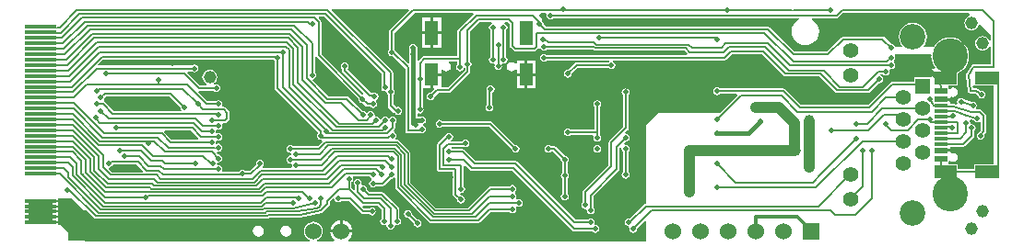
<source format=gbl>
G04*
G04 #@! TF.GenerationSoftware,Altium Limited,Altium Designer,18.1.7 (191)*
G04*
G04 Layer_Physical_Order=2*
G04 Layer_Color=16711680*
%FSLAX44Y44*%
%MOMM*%
G71*
G01*
G75*
%ADD10C,0.2000*%
%ADD12C,0.1500*%
%ADD20R,1.1500X0.6000*%
%ADD21R,1.1500X0.3000*%
%ADD93C,0.4000*%
%ADD94C,0.3000*%
%ADD113C,1.5240*%
%ADD114R,1.5240X1.5240*%
%ADD115R,2.0000X1.2000*%
%ADD116R,2.3000X1.2000*%
%ADD117C,1.3980*%
%ADD118C,2.3550*%
%ADD119C,3.2500*%
%ADD120R,1.3980X1.3980*%
%ADD121C,1.1520*%
%ADD122R,1.2000X2.0000*%
%ADD123R,1.2000X2.3000*%
%ADD124C,0.5080*%
%ADD125C,1.0000*%
%ADD126R,3.0000X0.3500*%
%ADD127C,1.0000*%
%ADD128R,1.5000X3.1000*%
%ADD129R,2.3000X2.1000*%
%ADD130R,16.8000X1.0000*%
G36*
X1038241Y496759D02*
X1037799Y495405D01*
X1036591Y494905D01*
X1035179Y493821D01*
X1034095Y492409D01*
X1033414Y490765D01*
X1033182Y489000D01*
X1033414Y487235D01*
X1034095Y485591D01*
X1035179Y484179D01*
X1036591Y483095D01*
X1038235Y482414D01*
X1040000Y482182D01*
X1041765Y482414D01*
X1043409Y483095D01*
X1044821Y484179D01*
X1045905Y485591D01*
X1046405Y486799D01*
X1047759Y487241D01*
X1057451Y477549D01*
Y472995D01*
X1056181Y472742D01*
X1055905Y473409D01*
X1054821Y474821D01*
X1053409Y475905D01*
X1051765Y476586D01*
X1050000Y476818D01*
X1048235Y476586D01*
X1046591Y475905D01*
X1045179Y474821D01*
X1044095Y473409D01*
X1043414Y471765D01*
X1043182Y470000D01*
X1043414Y468235D01*
X1044095Y466591D01*
X1045179Y465179D01*
X1046591Y464095D01*
X1048235Y463414D01*
X1050000Y463182D01*
X1051765Y463414D01*
X1053409Y464095D01*
X1054821Y465179D01*
X1055905Y466591D01*
X1056181Y467258D01*
X1057451Y467005D01*
Y450549D01*
X1041555D01*
X1041259Y450490D01*
X1040957Y450478D01*
X1040776Y450394D01*
X1040580Y450355D01*
X1040329Y450187D01*
X1040055Y450060D01*
X1039919Y449913D01*
X1039753Y449802D01*
X1039585Y449551D01*
X1039381Y449329D01*
X1034646Y441582D01*
X1034516Y441227D01*
X1034352Y440885D01*
X1034345Y440763D01*
X1034303Y440648D01*
X1034318Y440270D01*
X1034298Y439892D01*
X1036259Y426161D01*
X1036324Y425978D01*
X1036342Y425785D01*
X1036487Y425514D01*
X1036589Y425223D01*
X1036719Y425079D01*
X1036810Y424908D01*
X1037048Y424712D01*
X1037253Y424483D01*
X1037428Y424399D01*
X1037578Y424276D01*
X1037872Y424186D01*
X1038150Y424053D01*
X1038344Y424042D01*
X1038529Y423985D01*
X1043178Y423521D01*
X1045573Y422084D01*
X1045665Y421619D01*
X1046448Y420448D01*
X1047619Y419665D01*
X1049000Y419391D01*
X1050381Y419665D01*
X1051552Y420448D01*
X1052335Y421619D01*
X1052609Y423000D01*
X1052335Y424381D01*
X1051552Y425552D01*
X1050381Y426335D01*
X1049000Y426609D01*
X1048203Y426451D01*
X1045311Y428186D01*
X1045253Y428207D01*
X1045205Y428246D01*
X1044787Y428374D01*
X1044375Y428521D01*
X1044313Y428518D01*
X1044254Y428536D01*
X1041023Y428859D01*
X1040835Y430177D01*
X1041626Y431171D01*
X1041972Y431200D01*
X1060000D01*
Y358800D01*
X1041930D01*
Y354465D01*
X1027732Y354348D01*
X1026830Y355242D01*
Y358800D01*
X1018949D01*
X1018780Y360000D01*
X1018780D01*
Y361380D01*
X1019504Y361728D01*
X1020050Y361860D01*
X1021342Y360997D01*
X1023000Y360667D01*
X1024658Y360997D01*
X1026064Y361936D01*
X1027003Y363342D01*
X1027333Y365000D01*
X1027003Y366658D01*
X1026064Y368064D01*
X1024658Y369003D01*
X1023000Y369333D01*
X1021560Y369047D01*
X1020290Y369712D01*
Y370230D01*
X1012000D01*
Y372770D01*
X1020290D01*
Y374951D01*
X1032500D01*
X1033475Y375145D01*
X1034302Y375698D01*
X1041802Y383198D01*
X1042355Y384025D01*
X1042549Y385000D01*
Y389446D01*
X1042552Y389448D01*
X1043335Y390619D01*
X1043609Y392000D01*
X1043335Y393381D01*
X1042552Y394552D01*
X1041381Y395335D01*
X1040000Y395609D01*
X1039612Y395532D01*
X1038532Y396612D01*
X1038609Y397000D01*
X1038335Y398381D01*
X1038255Y398500D01*
X1039039Y399613D01*
X1042197Y398823D01*
X1042448Y398448D01*
X1043619Y397665D01*
X1045000Y397391D01*
X1046381Y397665D01*
X1047181Y398200D01*
X1048362Y397717D01*
X1048451Y397637D01*
Y390056D01*
X1046757Y388362D01*
X1046619Y388335D01*
X1045448Y387552D01*
X1044665Y386381D01*
X1044391Y385000D01*
X1044665Y383619D01*
X1045448Y382448D01*
X1046619Y381665D01*
X1048000Y381391D01*
X1049381Y381665D01*
X1050552Y382448D01*
X1051335Y383619D01*
X1051609Y385000D01*
X1051443Y385838D01*
X1052802Y387198D01*
X1053355Y388024D01*
X1053549Y389000D01*
Y403000D01*
X1053355Y403975D01*
X1052802Y404802D01*
X1048802Y408802D01*
X1047975Y409355D01*
X1047000Y409549D01*
X1044363D01*
X1044283Y409638D01*
X1043800Y410819D01*
X1044335Y411619D01*
X1044609Y413000D01*
X1044335Y414381D01*
X1043552Y415552D01*
X1042381Y416335D01*
X1041000Y416609D01*
X1039619Y416335D01*
X1039432Y416210D01*
X1032595Y418489D01*
X1032552Y418552D01*
X1031381Y419334D01*
X1030000Y419609D01*
X1028619Y419334D01*
X1027448Y418552D01*
X1026665Y417381D01*
X1026391Y416000D01*
X1026609Y414905D01*
X1026043Y414165D01*
X1025639Y413870D01*
X1023732Y414441D01*
X1023420Y414471D01*
X1023116Y414546D01*
X1020320Y414674D01*
Y417230D01*
X1012030D01*
Y419770D01*
X1020320D01*
Y420268D01*
X1021590Y420947D01*
X1023000Y420667D01*
X1024658Y420997D01*
X1026064Y421936D01*
X1027003Y423342D01*
X1027333Y425000D01*
X1027003Y426658D01*
X1026064Y428064D01*
X1024658Y429003D01*
X1023000Y429333D01*
X1021342Y429003D01*
X1020050Y428140D01*
X1019504Y428272D01*
X1018780Y428620D01*
Y430000D01*
X1018780D01*
X1018949Y431200D01*
X1026830D01*
Y442285D01*
X1026833Y442286D01*
X1029830Y443888D01*
X1032457Y446043D01*
X1034612Y448670D01*
X1036214Y451667D01*
X1037200Y454918D01*
X1037533Y458300D01*
X1037200Y461682D01*
X1036214Y464933D01*
X1034612Y467930D01*
X1032457Y470557D01*
X1029830Y472712D01*
X1026833Y474314D01*
X1023582Y475300D01*
X1020200Y475633D01*
X1016818Y475300D01*
X1013567Y474314D01*
X1010570Y472712D01*
X1007943Y470557D01*
X1005788Y467930D01*
X1005023Y466500D01*
X996237D01*
X995611Y467770D01*
X997059Y469657D01*
X998346Y472765D01*
X998785Y476100D01*
X998346Y479435D01*
X997059Y482543D01*
X995011Y485211D01*
X992343Y487259D01*
X989235Y488546D01*
X985900Y488985D01*
X982565Y488546D01*
X979457Y487259D01*
X976789Y485211D01*
X974741Y482543D01*
X973454Y479435D01*
X973015Y476100D01*
X973454Y472765D01*
X974741Y469657D01*
X976189Y467770D01*
X975563Y466500D01*
X969510D01*
X969335Y467381D01*
X968552Y468552D01*
X967381Y469335D01*
X966000Y469609D01*
X965996Y469609D01*
X959802Y475802D01*
X958976Y476355D01*
X958000Y476549D01*
X957025Y476355D01*
X956933Y476294D01*
X922000D01*
X922000Y476294D01*
X921122Y476119D01*
X920378Y475622D01*
X907050Y462294D01*
X876950D01*
X854622Y484622D01*
X853878Y485119D01*
X853000Y485294D01*
X649311D01*
X646609Y487996D01*
X646609Y488000D01*
X646335Y489381D01*
X645552Y490552D01*
X645000Y490921D01*
Y498000D01*
X648668D01*
X649536Y496730D01*
X649391Y496000D01*
X649665Y494619D01*
X650448Y493448D01*
X651619Y492665D01*
X653000Y492391D01*
X654381Y492665D01*
X655552Y493448D01*
X655554Y493451D01*
X881077D01*
X881329Y492181D01*
X880696Y491919D01*
X878085Y489915D01*
X876081Y487304D01*
X874822Y484263D01*
X874392Y481000D01*
X874822Y477737D01*
X876081Y474696D01*
X878085Y472085D01*
X880696Y470081D01*
X883737Y468822D01*
X887000Y468392D01*
X890263Y468822D01*
X893304Y470081D01*
X895915Y472085D01*
X897919Y474696D01*
X899178Y477737D01*
X899608Y481000D01*
X899178Y484263D01*
X897919Y487304D01*
X895915Y489915D01*
X893304Y491919D01*
X892671Y492181D01*
X892923Y493451D01*
X916000D01*
X916975Y493645D01*
X917802Y494198D01*
X921605Y498000D01*
X1037000D01*
X1038241Y496759D01*
D02*
G37*
G36*
X582576Y497181D02*
X568198Y482802D01*
X567645Y481976D01*
X567451Y481000D01*
Y458549D01*
X537000D01*
X536025Y458355D01*
X535198Y457802D01*
X531839Y454443D01*
X530569Y454969D01*
Y459795D01*
X530609Y460000D01*
X530569Y460205D01*
Y465795D01*
X530609Y466000D01*
X530335Y467381D01*
X529552Y468552D01*
X528381Y469335D01*
X527000Y469609D01*
X525619Y469335D01*
X524448Y468552D01*
X523665Y467381D01*
X523391Y466000D01*
X523431Y465795D01*
Y460205D01*
X523391Y460000D01*
X523431Y459795D01*
Y451833D01*
X522258Y451347D01*
X510362Y463243D01*
X510335Y463381D01*
X509552Y464552D01*
X509549Y464554D01*
Y479944D01*
X528056Y498451D01*
X582050D01*
X582576Y497181D01*
D02*
G37*
G36*
X399448Y454448D02*
X399451Y454446D01*
Y429000D01*
X399645Y428024D01*
X400198Y427198D01*
X438778Y388617D01*
X439448Y387552D01*
X438665Y386381D01*
X438391Y385000D01*
X438665Y383619D01*
X439448Y382448D01*
X440619Y381665D01*
X442000Y381391D01*
X442304Y381451D01*
X442378Y381378D01*
X442953Y380993D01*
X443200Y380317D01*
X443305Y379549D01*
X439050Y375294D01*
X416725D01*
X416552Y375552D01*
X415381Y376335D01*
X414000Y376609D01*
X412619Y376335D01*
X411448Y375552D01*
X410665Y374381D01*
X410391Y373000D01*
X410665Y371619D01*
X411448Y370448D01*
X412619Y369665D01*
X414000Y369391D01*
X414129Y369416D01*
X415118Y368545D01*
Y367455D01*
X414129Y366584D01*
X414000Y366609D01*
X412619Y366335D01*
X411448Y365552D01*
X410665Y364381D01*
X410391Y363000D01*
X410665Y361619D01*
X411448Y360448D01*
X412619Y359665D01*
X414000Y359391D01*
X414388Y359468D01*
X415468Y358388D01*
X415391Y358000D01*
X415665Y356619D01*
X415702Y356564D01*
X415023Y355294D01*
X389111D01*
X388764Y356012D01*
X388630Y356564D01*
X389335Y357619D01*
X389609Y359000D01*
X389335Y360381D01*
X388552Y361552D01*
X387381Y362335D01*
X386000Y362609D01*
X384619Y362335D01*
X383448Y361552D01*
X382665Y360381D01*
X382391Y359000D01*
X382557Y358162D01*
X376944Y352549D01*
X372554D01*
X372552Y352552D01*
X371381Y353335D01*
X370000Y353609D01*
X368619Y353335D01*
X367448Y352552D01*
X366777Y351549D01*
X351970D01*
X351374Y352819D01*
X351609Y354000D01*
X351335Y355381D01*
X350552Y356552D01*
X349381Y357335D01*
X348000Y357609D01*
X347612Y357532D01*
X346532Y358612D01*
X346609Y359000D01*
X346532Y359388D01*
X347612Y360468D01*
X348000Y360391D01*
X349381Y360665D01*
X350552Y361448D01*
X351335Y362619D01*
X351609Y364000D01*
X351335Y365381D01*
X350552Y366552D01*
X349381Y367335D01*
X348000Y367609D01*
X347996Y367609D01*
X346479Y369125D01*
X346519Y369390D01*
X347950Y370401D01*
X348000Y370391D01*
X349381Y370665D01*
X350552Y371448D01*
X351335Y372619D01*
X351609Y374000D01*
X351335Y375381D01*
X350552Y376552D01*
X349381Y377335D01*
X348000Y377609D01*
X346619Y377335D01*
X346505Y377259D01*
X345423Y378063D01*
X345609Y379000D01*
X345423Y379937D01*
X346505Y380741D01*
X346619Y380665D01*
X348000Y380391D01*
X349381Y380665D01*
X350552Y381448D01*
X351335Y382619D01*
X351609Y384000D01*
X351335Y385381D01*
X350552Y386552D01*
X349381Y387335D01*
X348000Y387609D01*
X346619Y387335D01*
X346505Y387259D01*
X345423Y388063D01*
X345609Y389000D01*
X345423Y389937D01*
X346505Y390741D01*
X346619Y390665D01*
X348000Y390391D01*
X349381Y390665D01*
X350552Y391448D01*
X351335Y392619D01*
X351609Y394000D01*
X351374Y395181D01*
X351971Y396451D01*
X354000D01*
X354976Y396645D01*
X355802Y397198D01*
X357802Y399198D01*
X358355Y400024D01*
X358549Y401000D01*
Y406000D01*
X358355Y406976D01*
X357802Y407802D01*
X354802Y410802D01*
X353975Y411355D01*
X353000Y411549D01*
X351970D01*
X351374Y412819D01*
X351609Y414000D01*
X351335Y415381D01*
X350552Y416552D01*
X349381Y417335D01*
X348000Y417609D01*
X346619Y417335D01*
X345448Y416552D01*
X345446Y416549D01*
X338056D01*
X329312Y425293D01*
X329937Y426464D01*
X330000Y426451D01*
X343446D01*
X343448Y426448D01*
X344619Y425665D01*
X346000Y425391D01*
X347381Y425665D01*
X348552Y426448D01*
X349335Y427619D01*
X349609Y429000D01*
X349335Y430381D01*
X348552Y431552D01*
X347381Y432335D01*
X346000Y432609D01*
X344619Y432335D01*
X344191Y432048D01*
X344130Y432074D01*
X343961Y433518D01*
X344821Y434179D01*
X345905Y435591D01*
X346586Y437235D01*
X346818Y439000D01*
X346586Y440765D01*
X345905Y442409D01*
X344821Y443821D01*
X343409Y444905D01*
X341765Y445586D01*
X340000Y445818D01*
X338235Y445586D01*
X336591Y444905D01*
X335179Y443821D01*
X334095Y442409D01*
X333414Y440765D01*
X333182Y439000D01*
X333414Y437235D01*
X334095Y435591D01*
X335179Y434179D01*
X336591Y433095D01*
X337258Y432819D01*
X337005Y431549D01*
X331056D01*
X319424Y443181D01*
X319950Y444451D01*
X323446D01*
X323448Y444448D01*
X324619Y443665D01*
X326000Y443391D01*
X327381Y443665D01*
X328552Y444448D01*
X329335Y445619D01*
X329609Y447000D01*
X329335Y448381D01*
X328552Y449552D01*
X327381Y450335D01*
X326000Y450609D01*
X324619Y450335D01*
X323448Y449552D01*
X323446Y449549D01*
X237813D01*
X237327Y450722D01*
X242056Y455451D01*
X398778D01*
X399448Y454448D01*
D02*
G37*
G36*
X313391Y411004D02*
X313391Y411000D01*
X313665Y409619D01*
X314200Y408819D01*
X313717Y407638D01*
X313637Y407549D01*
X252056D01*
X243802Y415802D01*
X243089Y416279D01*
X242920Y416646D01*
X242721Y417701D01*
X243335Y418619D01*
X243609Y420000D01*
X243609Y420004D01*
X245056Y421451D01*
X302944D01*
X313391Y411004D01*
D02*
G37*
G36*
X522736Y502000D02*
X523222Y500827D01*
X505198Y482802D01*
X504645Y481976D01*
X504451Y481000D01*
Y464554D01*
X504448Y464552D01*
X503665Y463381D01*
X503391Y462000D01*
X503665Y460619D01*
X504448Y459448D01*
X505619Y458665D01*
X507000Y458391D01*
X507838Y458557D01*
X519451Y446944D01*
Y390000D01*
X519645Y389025D01*
X520198Y388198D01*
X521025Y387645D01*
X522000Y387451D01*
X534000D01*
X534348Y387520D01*
X535000Y387391D01*
X536381Y387665D01*
X537552Y388448D01*
X538335Y389619D01*
X538609Y391000D01*
X538335Y392381D01*
X537552Y393552D01*
X536381Y394335D01*
X536291Y394353D01*
Y395647D01*
X536381Y395665D01*
X537552Y396448D01*
X538335Y397619D01*
X538609Y399000D01*
X538335Y400381D01*
X537552Y401552D01*
X536381Y402335D01*
X535000Y402609D01*
X533898Y402390D01*
X533000Y402569D01*
X530569D01*
Y404956D01*
X531839Y405622D01*
X533000Y405391D01*
X534381Y405665D01*
X535552Y406448D01*
X536335Y407619D01*
X536609Y409000D01*
X536335Y410381D01*
X535552Y411552D01*
X535549Y411554D01*
Y428860D01*
X542730D01*
Y441400D01*
X544000D01*
Y442670D01*
X552540D01*
Y445758D01*
X553810Y446143D01*
X554236Y445506D01*
X555642Y444566D01*
X557300Y444237D01*
X558958Y444566D01*
X560364Y445506D01*
X561303Y446912D01*
X561633Y448570D01*
X561303Y450228D01*
X560364Y451634D01*
X559546Y452181D01*
X559931Y453451D01*
X567451D01*
Y450554D01*
X567448Y450552D01*
X566665Y449381D01*
X566391Y448000D01*
X566665Y446619D01*
X567448Y445448D01*
X568619Y444665D01*
X570000Y444391D01*
X571381Y444665D01*
X572552Y445448D01*
X573335Y446619D01*
X573436Y447128D01*
X574706Y447003D01*
Y444950D01*
X559050Y429294D01*
X552540D01*
Y440130D01*
X545270D01*
Y428860D01*
X545820D01*
X546346Y427590D01*
X543304Y424549D01*
X543000Y424609D01*
X541619Y424335D01*
X540448Y423552D01*
X539665Y422381D01*
X539391Y421000D01*
X539665Y419619D01*
X540448Y418448D01*
X541619Y417665D01*
X543000Y417391D01*
X544381Y417665D01*
X545552Y418448D01*
X546335Y419619D01*
X546609Y421000D01*
X546549Y421305D01*
X549950Y424706D01*
X560000D01*
X560878Y424881D01*
X561622Y425378D01*
X578622Y442378D01*
X578622Y442378D01*
X579119Y443122D01*
X579294Y444000D01*
Y448275D01*
X579552Y448448D01*
X580335Y449619D01*
X580609Y451000D01*
X580335Y452381D01*
X579552Y453552D01*
X579294Y453725D01*
Y481050D01*
X587950Y489706D01*
X599003D01*
X599128Y488436D01*
X598619Y488335D01*
X597448Y487552D01*
X596665Y486381D01*
X596391Y485000D01*
X596665Y483619D01*
X597448Y482448D01*
X597451Y482446D01*
Y457554D01*
X597448Y457552D01*
X596665Y456381D01*
X596391Y455000D01*
X596665Y453619D01*
X597448Y452448D01*
X598619Y451665D01*
X600000Y451391D01*
X600937Y451577D01*
X601741Y450495D01*
X601665Y450381D01*
X601391Y449000D01*
X601665Y447619D01*
X602448Y446448D01*
X603619Y445665D01*
X605000Y445391D01*
X606381Y445665D01*
X607552Y446448D01*
X608335Y447619D01*
X608609Y449000D01*
X608335Y450381D01*
X608259Y450495D01*
X609063Y451577D01*
X610000Y451391D01*
X611381Y451665D01*
X612552Y452448D01*
X613335Y453619D01*
X613609Y455000D01*
X613335Y456381D01*
X612552Y457552D01*
X612549Y457554D01*
Y482446D01*
X612552Y482448D01*
X613335Y483619D01*
X613609Y485000D01*
X613335Y486381D01*
X612552Y487552D01*
X611381Y488335D01*
X610872Y488436D01*
X610997Y489706D01*
X614050D01*
X615706Y488050D01*
Y468000D01*
X615881Y467122D01*
X616378Y466378D01*
X619378Y463378D01*
X620122Y462881D01*
X621000Y462706D01*
X638000D01*
X638878Y462881D01*
X639622Y463378D01*
X641622Y465378D01*
X641784Y465620D01*
X643216D01*
X643378Y465378D01*
X644122Y464881D01*
X644164Y464872D01*
X644448Y464448D01*
X645619Y463665D01*
X647000Y463391D01*
X648381Y463665D01*
X649552Y464448D01*
X649725Y464706D01*
X692050D01*
X692378Y464378D01*
X692378Y464378D01*
X693122Y463881D01*
X694000Y463706D01*
X694000Y463706D01*
X776050D01*
X778937Y460819D01*
X778411Y459549D01*
X649554D01*
X649552Y459552D01*
X648381Y460335D01*
X647000Y460609D01*
X645619Y460335D01*
X644448Y459552D01*
X643665Y458381D01*
X643391Y457000D01*
X643665Y455619D01*
X644448Y454448D01*
X645619Y453665D01*
X647000Y453391D01*
X648381Y453665D01*
X649552Y454448D01*
X649554Y454451D01*
X706773D01*
X707100Y453181D01*
X706399Y452549D01*
X677000D01*
X676025Y452355D01*
X675198Y451802D01*
X669004Y445609D01*
X669000Y445609D01*
X667619Y445335D01*
X666448Y444552D01*
X665665Y443381D01*
X665391Y442000D01*
X665665Y440619D01*
X666448Y439448D01*
X667619Y438665D01*
X669000Y438391D01*
X670381Y438665D01*
X671552Y439448D01*
X672335Y440619D01*
X672609Y442000D01*
X672609Y442004D01*
X678056Y447451D01*
X706446D01*
X706448Y447448D01*
X707619Y446665D01*
X709000Y446391D01*
X710381Y446665D01*
X711552Y447448D01*
X712335Y448619D01*
X712609Y450000D01*
X712335Y451381D01*
X711552Y452552D01*
X710611Y453181D01*
X710762Y454299D01*
X710822Y454451D01*
X813000D01*
X813976Y454645D01*
X814802Y455198D01*
X819605Y460000D01*
X847395D01*
X867198Y440198D01*
X868025Y439645D01*
X869000Y439451D01*
X899944D01*
X914198Y425198D01*
X915024Y424645D01*
X916000Y424451D01*
X945000D01*
X945975Y424645D01*
X946802Y425198D01*
X954996Y433391D01*
X955000Y433391D01*
X956381Y433665D01*
X957552Y434448D01*
X958335Y435619D01*
X958609Y437000D01*
X958335Y438381D01*
X957552Y439552D01*
X956381Y440335D01*
X955872Y440436D01*
X955997Y441706D01*
X958275D01*
X958448Y441448D01*
X959619Y440665D01*
X961000Y440391D01*
X962381Y440665D01*
X963552Y441448D01*
X964335Y442619D01*
X964609Y444000D01*
X964335Y445381D01*
X964259Y445495D01*
X965063Y446577D01*
X966000Y446391D01*
X967381Y446665D01*
X968552Y447448D01*
X969335Y448619D01*
X969609Y450000D01*
X969335Y451381D01*
X968552Y452552D01*
X968277Y452736D01*
Y454264D01*
X968552Y454448D01*
X969335Y455619D01*
X969609Y457000D01*
X969335Y458381D01*
X969102Y458730D01*
X969780Y460000D01*
X1002088D01*
X1002941Y459059D01*
X1002867Y458300D01*
X1003200Y454918D01*
X1004186Y451667D01*
X1005788Y448670D01*
X1006347Y447988D01*
X1005804Y446840D01*
X1003290D01*
Y439653D01*
X1002790Y438590D01*
X986810D01*
Y434549D01*
X967000D01*
X966024Y434355D01*
X965198Y433802D01*
X944944Y413549D01*
X883056D01*
X868802Y427802D01*
X867975Y428355D01*
X867000Y428549D01*
X808554D01*
X808552Y428552D01*
X807381Y429334D01*
X806000Y429609D01*
X804619Y429334D01*
X803448Y428552D01*
X802665Y427381D01*
X802391Y426000D01*
X802665Y424619D01*
X803448Y423448D01*
X804619Y422665D01*
X806000Y422391D01*
X807381Y422665D01*
X808552Y423448D01*
X808554Y423451D01*
X824187D01*
X824673Y422278D01*
X808395Y406000D01*
X752000D01*
X741000Y395000D01*
Y322549D01*
X740024Y322355D01*
X739198Y321802D01*
X725838Y308443D01*
X725000Y308609D01*
X723619Y308335D01*
X722448Y307552D01*
X721665Y306381D01*
X721391Y305000D01*
X721665Y303619D01*
X722448Y302448D01*
X723619Y301665D01*
X724549Y301480D01*
X725059Y301245D01*
X725490Y300193D01*
X725451Y300000D01*
X725520Y299652D01*
X725391Y299000D01*
X725665Y297619D01*
X726448Y296448D01*
X727619Y295665D01*
X729000Y295391D01*
X730381Y295665D01*
X731552Y296448D01*
X732335Y297619D01*
X732609Y299000D01*
X732609Y299004D01*
X739827Y306222D01*
X741000Y305736D01*
Y287750D01*
X467521Y287750D01*
X467090Y289020D01*
X468046Y289754D01*
X469675Y291876D01*
X470699Y294348D01*
X470881Y295730D01*
X450719D01*
X450901Y294348D01*
X451925Y291876D01*
X453554Y289754D01*
X454510Y289020D01*
X454079Y287750D01*
X438912D01*
X438660Y289020D01*
X439747Y289470D01*
X441548Y290852D01*
X442929Y292653D01*
X443798Y294750D01*
X444094Y297000D01*
X443798Y299250D01*
X442929Y301347D01*
X441548Y303148D01*
X439747Y304529D01*
X437650Y305398D01*
X435400Y305694D01*
X433150Y305398D01*
X431053Y304529D01*
X429252Y303148D01*
X427870Y301347D01*
X427002Y299250D01*
X426706Y297000D01*
X427002Y294750D01*
X427870Y292653D01*
X429252Y290852D01*
X431053Y289470D01*
X432140Y289020D01*
X431888Y287750D01*
X225000D01*
Y295000D01*
X211000Y295000D01*
X203000Y303000D01*
X201000D01*
Y327000D01*
X213000D01*
X225000Y315000D01*
Y316096D01*
X226173Y316582D01*
X233378Y309378D01*
X234122Y308881D01*
X235000Y308706D01*
X393000D01*
X393878Y308881D01*
X394622Y309378D01*
X394950Y309706D01*
X423000D01*
X423234Y309753D01*
X423473Y309755D01*
X442473Y313755D01*
X442669Y313839D01*
X442878Y313881D01*
X443076Y314013D01*
X443296Y314107D01*
X443445Y314259D01*
X443622Y314378D01*
X449622Y320378D01*
X449622Y320378D01*
X450119Y321122D01*
X450294Y322000D01*
X450294Y322000D01*
Y324050D01*
X453182Y326938D01*
X454498Y326458D01*
X454665Y325619D01*
X455448Y324448D01*
X456619Y323665D01*
X458000Y323391D01*
X459381Y323665D01*
X460552Y324448D01*
X460554Y324451D01*
X467944D01*
X479198Y313198D01*
X480025Y312645D01*
X481000Y312451D01*
X486446D01*
X486448Y312448D01*
X487619Y311665D01*
X489000Y311391D01*
X490381Y311665D01*
X491552Y312448D01*
X492335Y313619D01*
X492609Y315000D01*
X492335Y316381D01*
X491552Y317552D01*
X490381Y318335D01*
X489000Y318609D01*
X487619Y318335D01*
X486448Y317552D01*
X486446Y317549D01*
X482056D01*
X479994Y319611D01*
X480619Y320782D01*
X481000Y320706D01*
X494050D01*
X497706Y317050D01*
Y308725D01*
X497448Y308552D01*
X496665Y307381D01*
X496391Y306000D01*
X496665Y304619D01*
X497448Y303448D01*
X498619Y302665D01*
X500000Y302391D01*
X501222Y302634D01*
X501844Y302296D01*
X502424Y301835D01*
X502665Y300619D01*
X503448Y299448D01*
X504619Y298665D01*
X506000Y298391D01*
X507381Y298665D01*
X508552Y299448D01*
X509335Y300619D01*
X509576Y301834D01*
X510155Y302296D01*
X510778Y302634D01*
X512000Y302391D01*
X513381Y302665D01*
X514552Y303448D01*
X515335Y304619D01*
X515609Y306000D01*
X515335Y307381D01*
X514552Y308552D01*
X514294Y308725D01*
Y317000D01*
X514119Y317878D01*
X513622Y318622D01*
X499622Y332622D01*
X498878Y333119D01*
X498000Y333294D01*
X486950D01*
X484549Y335695D01*
X484609Y336000D01*
X484335Y337381D01*
X483552Y338552D01*
X482381Y339335D01*
X481000Y339609D01*
X480063Y339423D01*
X479259Y340505D01*
X479335Y340619D01*
X479609Y342000D01*
X479335Y343381D01*
X478552Y344552D01*
X477381Y345335D01*
X476000Y345609D01*
X474619Y345335D01*
X473448Y344552D01*
X472665Y343381D01*
X472391Y342000D01*
X472665Y340619D01*
X473448Y339448D01*
X473706Y339275D01*
Y335198D01*
X472533Y334712D01*
X470294Y336950D01*
Y342275D01*
X470552Y342448D01*
X471335Y343619D01*
X471609Y345000D01*
X471335Y346381D01*
X471298Y346436D01*
X471977Y347706D01*
X486648D01*
X486665Y347619D01*
X487448Y346448D01*
X488619Y345665D01*
X488709Y345647D01*
Y344352D01*
X488619Y344335D01*
X487448Y343552D01*
X486665Y342381D01*
X486391Y341000D01*
X486665Y339619D01*
X487448Y338448D01*
X488619Y337665D01*
X490000Y337391D01*
X491381Y337665D01*
X492552Y338448D01*
X492554Y338451D01*
X499000D01*
X499976Y338645D01*
X500802Y339198D01*
X506996Y345391D01*
X507000Y345391D01*
X508381Y345665D01*
X509436Y346370D01*
X509989Y346236D01*
X510706Y345888D01*
Y337000D01*
X510881Y336122D01*
X511378Y335378D01*
X541378Y305378D01*
X542122Y304881D01*
X543000Y304706D01*
X587000D01*
X587878Y304881D01*
X588622Y305378D01*
X597950Y314706D01*
X615275D01*
X615448Y314448D01*
X616619Y313665D01*
X618000Y313391D01*
X619381Y313665D01*
X620552Y314448D01*
X621335Y315619D01*
X621609Y317000D01*
X621335Y318381D01*
X621302Y318429D01*
X621556Y319702D01*
X621798Y319974D01*
X622165Y319968D01*
X622619Y319665D01*
X624000Y319391D01*
X625381Y319665D01*
X626552Y320448D01*
X627335Y321619D01*
X627609Y323000D01*
X627335Y324381D01*
X626552Y325552D01*
X625381Y326335D01*
X624000Y326609D01*
X622619Y326335D01*
X622165Y326032D01*
X621798Y326026D01*
X621557Y326297D01*
X621303Y327571D01*
X621335Y327619D01*
X621609Y329000D01*
X621335Y330381D01*
X620552Y331552D01*
X620277Y331736D01*
Y333264D01*
X620552Y333448D01*
X621335Y334619D01*
X621609Y336000D01*
X621335Y337381D01*
X620552Y338552D01*
X619381Y339335D01*
X618000Y339609D01*
X616619Y339335D01*
X615448Y338552D01*
X615275Y338294D01*
X598000D01*
X597122Y338119D01*
X596378Y337622D01*
X577050Y318294D01*
X547950D01*
X524294Y341950D01*
Y369000D01*
X524119Y369878D01*
X523622Y370622D01*
X513622Y380622D01*
X512878Y381119D01*
X512000Y381294D01*
X511111D01*
X510764Y382011D01*
X510630Y382564D01*
X511335Y383619D01*
X511609Y385000D01*
X511335Y386381D01*
X510552Y387552D01*
X509381Y388335D01*
X509376Y388336D01*
X508958Y389714D01*
X509622Y390378D01*
X510119Y391122D01*
X510294Y392000D01*
Y396275D01*
X510552Y396448D01*
X511335Y397619D01*
X511609Y399000D01*
X511335Y400381D01*
X510552Y401552D01*
X509381Y402335D01*
X508000Y402609D01*
X506619Y402335D01*
X505448Y401552D01*
X505264Y401277D01*
X503736D01*
X503552Y401552D01*
X502381Y402335D01*
X501000Y402609D01*
X499619Y402335D01*
X498448Y401552D01*
X497665Y400381D01*
X497647Y400291D01*
X496353D01*
X496335Y400381D01*
X495552Y401552D01*
X494381Y402335D01*
X493000Y402609D01*
X492612Y402532D01*
X491532Y403612D01*
X491609Y404000D01*
X491335Y405381D01*
X490552Y406552D01*
X489381Y407335D01*
X488000Y407609D01*
X486619Y407335D01*
X485448Y406552D01*
X485264Y406277D01*
X483736D01*
X483552Y406552D01*
X482381Y407335D01*
X481000Y407609D01*
X480996Y407609D01*
X467802Y420802D01*
X466976Y421355D01*
X466000Y421549D01*
X449056D01*
X434425Y436180D01*
X434843Y437558D01*
X435381Y437665D01*
X436552Y438448D01*
X437335Y439619D01*
X437609Y441000D01*
X437335Y442381D01*
X436552Y443552D01*
X436549Y443554D01*
Y457521D01*
X437819Y457764D01*
X438198Y457198D01*
X476391Y419004D01*
X476391Y419000D01*
X476665Y417619D01*
X477448Y416448D01*
X478619Y415665D01*
X480000Y415391D01*
X480004Y415391D01*
X483198Y412198D01*
X484025Y411645D01*
X485000Y411451D01*
X487446D01*
X487448Y411448D01*
X488619Y410665D01*
X490000Y410391D01*
X491381Y410665D01*
X492552Y411448D01*
X493335Y412619D01*
X493609Y414000D01*
X493335Y415381D01*
X492637Y416425D01*
X492578Y416711D01*
X492777Y417930D01*
X493552Y418448D01*
X494335Y419619D01*
X494371Y419800D01*
X494855Y420524D01*
X495049Y421500D01*
X494855Y422475D01*
X494302Y423302D01*
X493802Y423802D01*
X492975Y424355D01*
X492000Y424549D01*
X491304D01*
X491000Y424609D01*
X490696Y424549D01*
X488056D01*
X467222Y445383D01*
X466552Y446448D01*
X467335Y447619D01*
X467609Y449000D01*
X467335Y450381D01*
X466552Y451552D01*
X465381Y452335D01*
X464000Y452609D01*
X462619Y452335D01*
X461448Y451552D01*
X460665Y450381D01*
X460391Y449000D01*
X460665Y447619D01*
X461448Y446448D01*
X461451Y446446D01*
Y445000D01*
X461645Y444025D01*
X462198Y443198D01*
X481521Y423875D01*
X481481Y423610D01*
X480050Y422599D01*
X480000Y422609D01*
X479996Y422609D01*
X442549Y460056D01*
Y490000D01*
X442355Y490975D01*
X441802Y491802D01*
X440135Y493470D01*
X440621Y494643D01*
X444752D01*
X497451Y441944D01*
Y430303D01*
X497391Y430000D01*
X497451Y429697D01*
Y429000D01*
X497645Y428025D01*
X498198Y427198D01*
X499025Y426645D01*
X500000Y426451D01*
X500348Y426520D01*
X501000Y426391D01*
X501388Y426468D01*
X502468Y425388D01*
X502391Y425000D01*
X502665Y423619D01*
X503448Y422448D01*
X503451Y422446D01*
Y413000D01*
X503645Y412024D01*
X504198Y411198D01*
X509198Y406198D01*
X510024Y405645D01*
X510361Y405578D01*
X510448Y405448D01*
X511619Y404665D01*
X513000Y404391D01*
X514381Y404665D01*
X515552Y405448D01*
X516335Y406619D01*
X516609Y408000D01*
X516335Y409381D01*
X515552Y410552D01*
X514381Y411335D01*
X513000Y411609D01*
X511619Y411335D01*
X511410Y411195D01*
X508549Y414056D01*
Y422446D01*
X508552Y422448D01*
X509335Y423619D01*
X509609Y425000D01*
X509335Y426381D01*
X508552Y427552D01*
X508549Y427554D01*
Y443000D01*
X508355Y443975D01*
X507802Y444802D01*
X451778Y500827D01*
X452264Y502000D01*
X522736Y502000D01*
D02*
G37*
G36*
X329576Y382819D02*
X329050Y381549D01*
X305056D01*
X298424Y388181D01*
X298950Y389451D01*
X322944D01*
X329576Y382819D01*
D02*
G37*
G36*
X278928Y352467D02*
X278442Y351294D01*
X249950D01*
X247062Y354182D01*
X247542Y355499D01*
X248381Y355665D01*
X249552Y356448D01*
X250335Y357619D01*
X250362Y357757D01*
X251056Y358451D01*
X272944D01*
X278928Y352467D01*
D02*
G37*
%LPC*%
G36*
X552540Y494040D02*
X545270D01*
Y481270D01*
X552540D01*
Y494040D01*
D02*
G37*
G36*
X542730D02*
X535460D01*
Y481270D01*
X542730D01*
Y494040D01*
D02*
G37*
G36*
X552540Y478730D02*
X545270D01*
Y465960D01*
X552540D01*
Y478730D01*
D02*
G37*
G36*
X542730D02*
X535460D01*
Y465960D01*
X542730D01*
Y478730D01*
D02*
G37*
G36*
X629230Y453940D02*
X621960D01*
Y451532D01*
X620690Y451146D01*
X620364Y451634D01*
X618958Y452573D01*
X617300Y452903D01*
X615642Y452573D01*
X614236Y451634D01*
X613297Y450228D01*
X612967Y448570D01*
X613297Y446912D01*
X614236Y445506D01*
X615642Y444566D01*
X617300Y444237D01*
X618958Y444566D01*
X620364Y445506D01*
X620690Y445994D01*
X621960Y445608D01*
Y442670D01*
X629230D01*
Y453940D01*
D02*
G37*
G36*
X639040D02*
X631770D01*
Y442670D01*
X639040D01*
Y453940D01*
D02*
G37*
G36*
Y440130D02*
X631770D01*
Y428860D01*
X639040D01*
Y440130D01*
D02*
G37*
G36*
X629230D02*
X621960D01*
Y428860D01*
X629230D01*
Y440130D01*
D02*
G37*
G36*
X598000Y431609D02*
X596619Y431335D01*
X595448Y430552D01*
X594665Y429381D01*
X594391Y428000D01*
X594665Y426619D01*
X594706Y426558D01*
Y413725D01*
X594448Y413552D01*
X593665Y412381D01*
X593391Y411000D01*
X593665Y409619D01*
X594448Y408448D01*
X595619Y407665D01*
X597000Y407391D01*
X598381Y407665D01*
X599552Y408448D01*
X600335Y409619D01*
X600609Y411000D01*
X600335Y412381D01*
X599552Y413552D01*
X599294Y413725D01*
Y424648D01*
X599381Y424665D01*
X600552Y425448D01*
X601335Y426619D01*
X601609Y428000D01*
X601335Y429381D01*
X600552Y430552D01*
X599381Y431335D01*
X598000Y431609D01*
D02*
G37*
G36*
X696000Y417609D02*
X694619Y417335D01*
X693448Y416552D01*
X692665Y415381D01*
X692391Y414000D01*
X692665Y412619D01*
X693448Y411448D01*
X693451Y411446D01*
Y390549D01*
X671554D01*
X671552Y390552D01*
X670381Y391334D01*
X669000Y391609D01*
X667619Y391334D01*
X666448Y390552D01*
X665665Y389381D01*
X665391Y388000D01*
X665665Y386619D01*
X666448Y385448D01*
X667619Y384665D01*
X669000Y384391D01*
X670381Y384665D01*
X671552Y385448D01*
X671554Y385451D01*
X692029D01*
X692626Y384181D01*
X692391Y383000D01*
X692665Y381619D01*
X693448Y380448D01*
X694619Y379665D01*
X696000Y379391D01*
X697381Y379665D01*
X698552Y380448D01*
X699335Y381619D01*
X699609Y383000D01*
X699335Y384381D01*
X698552Y385552D01*
X698549Y385554D01*
Y388000D01*
Y411446D01*
X698552Y411448D01*
X699335Y412619D01*
X699609Y414000D01*
X699335Y415381D01*
X698552Y416552D01*
X697381Y417335D01*
X696000Y417609D01*
D02*
G37*
G36*
X722000Y428609D02*
X720619Y428335D01*
X719448Y427552D01*
X718665Y426381D01*
X718391Y425000D01*
X718665Y423619D01*
X719448Y422448D01*
X719451Y422446D01*
Y393056D01*
X707198Y380802D01*
X706645Y379976D01*
X706451Y379000D01*
Y358056D01*
X683198Y334802D01*
X682645Y333975D01*
X682451Y333000D01*
Y323554D01*
X682448Y323552D01*
X681665Y322381D01*
X681391Y321000D01*
X681665Y319619D01*
X682448Y318448D01*
X683619Y317665D01*
X685000Y317391D01*
X685388Y317468D01*
X686468Y316388D01*
X686391Y316000D01*
X686665Y314619D01*
X687448Y313448D01*
X688619Y312665D01*
X690000Y312391D01*
X691381Y312665D01*
X692552Y313448D01*
X693335Y314619D01*
X693609Y316000D01*
X693335Y317381D01*
X692552Y318552D01*
X692549Y318554D01*
Y328944D01*
X715802Y352198D01*
X716355Y353024D01*
X716549Y354000D01*
Y373498D01*
X717490Y374340D01*
X718401Y373050D01*
X718391Y373000D01*
X718665Y371619D01*
X719448Y370448D01*
X719451Y370446D01*
Y351554D01*
X719448Y351552D01*
X718665Y350381D01*
X718391Y349000D01*
X718665Y347619D01*
X719448Y346448D01*
X720619Y345665D01*
X722000Y345391D01*
X723381Y345665D01*
X724552Y346448D01*
X725335Y347619D01*
X725609Y349000D01*
X725335Y350381D01*
X724552Y351552D01*
X724549Y351554D01*
Y370446D01*
X724552Y370448D01*
X725335Y371619D01*
X725609Y373000D01*
X725335Y374381D01*
X724552Y375552D01*
X723381Y376335D01*
X722000Y376609D01*
X721950Y376599D01*
X720519Y377610D01*
X720479Y377874D01*
X721996Y379391D01*
X722000Y379391D01*
X723381Y379665D01*
X724552Y380448D01*
X725335Y381619D01*
X725609Y383000D01*
X725480Y383652D01*
X725549Y384000D01*
X725355Y384975D01*
X724802Y385802D01*
X723975Y386355D01*
X723000Y386549D01*
X722652Y386480D01*
X722000Y386609D01*
X721387Y387782D01*
X723802Y390198D01*
X724355Y391025D01*
X724549Y392000D01*
Y422445D01*
X724552Y422448D01*
X725335Y423619D01*
X725609Y425000D01*
X725335Y426381D01*
X724552Y427552D01*
X723381Y428335D01*
X722000Y428609D01*
D02*
G37*
G36*
X560000Y387609D02*
X558619Y387335D01*
X557448Y386552D01*
X556665Y385381D01*
X556638Y385243D01*
X549198Y377802D01*
X548645Y376976D01*
X548451Y376000D01*
Y354000D01*
X548645Y353025D01*
X549198Y352198D01*
X550025Y351645D01*
X551000Y351451D01*
X563451D01*
Y331000D01*
X563645Y330024D01*
X564198Y329198D01*
X567392Y326004D01*
X567391Y326000D01*
X567665Y324619D01*
X568448Y323448D01*
X569619Y322665D01*
X571000Y322391D01*
X572381Y322665D01*
X573552Y323448D01*
X574335Y324619D01*
X574609Y326000D01*
X574335Y327381D01*
X573552Y328552D01*
X572381Y329334D01*
X571000Y329609D01*
X570996Y329608D01*
X569479Y331125D01*
X569520Y331414D01*
X570916Y332407D01*
X571000Y332391D01*
X572381Y332665D01*
X573552Y333448D01*
X574335Y334619D01*
X574609Y336000D01*
X574335Y337381D01*
X573552Y338552D01*
X573549Y338554D01*
Y357050D01*
X574819Y357576D01*
X579198Y353198D01*
X580024Y352645D01*
X581000Y352451D01*
X617944D01*
X673198Y297198D01*
X674025Y296645D01*
X675000Y296451D01*
X691446D01*
X691448Y296448D01*
X692619Y295665D01*
X694000Y295391D01*
X695381Y295665D01*
X696552Y296448D01*
X697335Y297619D01*
X697609Y299000D01*
X697335Y300381D01*
X696552Y301552D01*
X695381Y302335D01*
X694165Y302576D01*
X693704Y303155D01*
X693366Y303778D01*
X693609Y305000D01*
X693335Y306381D01*
X692552Y307552D01*
X691381Y308335D01*
X690000Y308609D01*
X688619Y308335D01*
X687448Y307552D01*
X687446Y307549D01*
X676056D01*
X622802Y360802D01*
X621976Y361355D01*
X621000Y361549D01*
X621000Y361549D01*
X584056D01*
X573802Y371802D01*
X572976Y372355D01*
X572000Y372549D01*
X562601D01*
X561900Y373181D01*
X562226Y374451D01*
X574000D01*
X574348Y374520D01*
X575000Y374391D01*
X576381Y374665D01*
X577552Y375448D01*
X578335Y376619D01*
X578609Y378000D01*
X578335Y379381D01*
X577552Y380552D01*
X576381Y381335D01*
X575000Y381609D01*
X573619Y381335D01*
X572448Y380552D01*
X571777Y379549D01*
X561822D01*
X561762Y379701D01*
X561611Y380819D01*
X562552Y381448D01*
X563335Y382619D01*
X563609Y384000D01*
X563335Y385381D01*
X562552Y386552D01*
X561381Y387335D01*
X560000Y387609D01*
D02*
G37*
G36*
X696000Y376609D02*
X694619Y376335D01*
X693448Y375552D01*
X692665Y374381D01*
X692391Y373000D01*
X692665Y371619D01*
X693448Y370448D01*
X694619Y369665D01*
X696000Y369391D01*
X697381Y369665D01*
X698552Y370448D01*
X699335Y371619D01*
X699609Y373000D01*
X699335Y374381D01*
X698552Y375552D01*
X697381Y376335D01*
X696000Y376609D01*
D02*
G37*
G36*
X551000Y399609D02*
X549619Y399335D01*
X548448Y398552D01*
X547665Y397381D01*
X547391Y396000D01*
X547665Y394619D01*
X548448Y393448D01*
X549619Y392665D01*
X551000Y392391D01*
X552381Y392665D01*
X553552Y393448D01*
X553554Y393451D01*
X596944D01*
X617391Y373004D01*
X617391Y373000D01*
X617665Y371619D01*
X618448Y370448D01*
X619619Y369665D01*
X621000Y369391D01*
X622381Y369665D01*
X623552Y370448D01*
X624335Y371619D01*
X624609Y373000D01*
X624335Y374381D01*
X623552Y375552D01*
X622381Y376335D01*
X621000Y376609D01*
X620996Y376609D01*
X599802Y397802D01*
X598975Y398355D01*
X598000Y398549D01*
X553554D01*
X553552Y398552D01*
X552381Y399335D01*
X551000Y399609D01*
D02*
G37*
G36*
X651000Y376609D02*
X649619Y376335D01*
X648448Y375552D01*
X647665Y374381D01*
X647391Y373000D01*
X647665Y371619D01*
X648448Y370448D01*
X649619Y369665D01*
X651000Y369391D01*
X652381Y369665D01*
X653552Y370448D01*
X653554Y370451D01*
X654944D01*
X662392Y363004D01*
X662391Y363000D01*
X662665Y361619D01*
X663448Y360448D01*
X663451Y360446D01*
Y350554D01*
X663448Y350552D01*
X662665Y349381D01*
X662391Y348000D01*
X662665Y346619D01*
X663448Y345448D01*
X663451Y345446D01*
Y331554D01*
X663448Y331552D01*
X662665Y330381D01*
X662391Y329000D01*
X662665Y327619D01*
X663448Y326448D01*
X664619Y325665D01*
X666000Y325391D01*
X667381Y325665D01*
X668552Y326448D01*
X669335Y327619D01*
X669609Y329000D01*
X669335Y330381D01*
X668552Y331552D01*
X668549Y331554D01*
Y345446D01*
X668552Y345448D01*
X669335Y346619D01*
X669609Y348000D01*
X669335Y349381D01*
X668552Y350552D01*
X668549Y350554D01*
Y360446D01*
X668552Y360448D01*
X669335Y361619D01*
X669609Y363000D01*
X669335Y364381D01*
X668552Y365552D01*
X667381Y366334D01*
X666000Y366609D01*
X665996Y366609D01*
X657802Y374802D01*
X656975Y375355D01*
X656000Y375549D01*
X653554D01*
X653552Y375552D01*
X652381Y376335D01*
X651000Y376609D01*
D02*
G37*
G36*
X522000Y316609D02*
X520619Y316335D01*
X519448Y315552D01*
X518665Y314381D01*
X518391Y313000D01*
X518665Y311619D01*
X519448Y310448D01*
X520619Y309665D01*
X522000Y309391D01*
X522004Y309391D01*
X527391Y304004D01*
X527391Y304000D01*
X527665Y302619D01*
X528448Y301448D01*
X529619Y300665D01*
X531000Y300391D01*
X532381Y300665D01*
X533552Y301448D01*
X534335Y302619D01*
X534609Y304000D01*
X534335Y305381D01*
X533552Y306552D01*
X532381Y307335D01*
X531000Y307609D01*
X530996Y307609D01*
X525609Y312996D01*
X525609Y313000D01*
X525335Y314381D01*
X524552Y315552D01*
X523381Y316335D01*
X522000Y316609D01*
D02*
G37*
G36*
X462070Y307080D02*
Y298270D01*
X470881D01*
X470699Y299652D01*
X469675Y302124D01*
X468046Y304246D01*
X465924Y305875D01*
X463452Y306898D01*
X462070Y307080D01*
D02*
G37*
G36*
X459530D02*
X458148Y306898D01*
X455676Y305875D01*
X453554Y304246D01*
X451925Y302124D01*
X450901Y299652D01*
X450719Y298270D01*
X459530D01*
Y307080D01*
D02*
G37*
G36*
X410000Y302098D02*
X408049Y301710D01*
X406395Y300605D01*
X405290Y298951D01*
X404902Y297000D01*
X405290Y295049D01*
X406395Y293395D01*
X408049Y292290D01*
X410000Y291902D01*
X411951Y292290D01*
X413605Y293395D01*
X414710Y295049D01*
X415098Y297000D01*
X414710Y298951D01*
X413605Y300605D01*
X411951Y301710D01*
X410000Y302098D01*
D02*
G37*
G36*
X384600D02*
X382649Y301710D01*
X380995Y300605D01*
X379890Y298951D01*
X379502Y297000D01*
X379890Y295049D01*
X380995Y293395D01*
X382649Y292290D01*
X384600Y291902D01*
X386551Y292290D01*
X388205Y293395D01*
X389310Y295049D01*
X389698Y297000D01*
X389310Y298951D01*
X388205Y300605D01*
X386551Y301710D01*
X384600Y302098D01*
D02*
G37*
%LPD*%
D10*
X1012000Y393000D02*
X1022000D01*
X848000Y463000D02*
X869000Y442000D01*
X819000Y463000D02*
X848000D01*
X1000000Y400000D02*
X1002500Y397500D01*
X500000Y429000D02*
Y443000D01*
X1001000Y420000D02*
X1001677Y418815D01*
X1005000Y413000D01*
X929000Y440200D02*
Y443000D01*
X928000Y326000D02*
X940000Y338000D01*
X664000Y501000D02*
X665000Y502000D01*
X527000Y501000D02*
X664000D01*
X507000Y481000D02*
X527000Y501000D01*
X666000D02*
X815000D01*
X665000Y502000D02*
X666000Y501000D01*
X728000Y300000D02*
X730000D01*
X561000Y364000D02*
X562000Y363000D01*
X675000Y299000D02*
X695000D01*
X746000Y316000D02*
X910000D01*
X730000Y300000D02*
X746000Y316000D01*
X725000Y304000D02*
X731000Y310000D01*
X690000Y305000D02*
X691000D01*
X675000D02*
X690000D01*
X621000Y359000D02*
X675000Y305000D01*
X436332Y493668D02*
X440000Y490000D01*
Y459000D02*
Y490000D01*
Y459000D02*
X480000Y419000D01*
X433000Y441000D02*
X434000Y442000D01*
Y470000D01*
X417380Y486620D02*
X434000Y470000D01*
X227620Y486620D02*
X417380D01*
X429000Y438000D02*
Y469000D01*
X414904Y483096D02*
X429000Y469000D01*
X230096Y483096D02*
X414904D01*
X227000Y432000D02*
X293000D01*
X215000Y420000D02*
X227000Y432000D01*
X185750Y420000D02*
X215000D01*
X236000Y447000D02*
X326000D01*
X214000Y425000D02*
X236000Y447000D01*
X198000Y425000D02*
X214000D01*
X241000Y458000D02*
X401000D01*
X213000Y430000D02*
X241000Y458000D01*
X198000Y430000D02*
X213000D01*
X619000Y355000D02*
X675000Y299000D01*
X916000Y427000D02*
X945000D01*
X901000Y442000D02*
X916000Y427000D01*
X869000Y442000D02*
X901000D01*
X945000Y427000D02*
X955000Y437000D01*
X990000Y432000D02*
X992000Y434000D01*
X946000Y411000D02*
X967000Y432000D01*
X882000Y411000D02*
X946000D01*
X867000Y426000D02*
X882000Y411000D01*
X974000Y425000D02*
X978000Y421000D01*
X948000Y407000D02*
X961400Y420400D01*
X880000Y407000D02*
X948000D01*
X865000Y422000D02*
X880000Y407000D01*
X958000Y474000D02*
X966000Y466000D01*
X1012030Y418500D02*
X1025500D01*
X649000Y491000D02*
X659000D01*
X907000Y465000D02*
X939000Y497000D01*
X882000Y465000D02*
X907000D01*
X856000Y491000D02*
X882000Y465000D01*
X939000Y497000D02*
X1010000D01*
X659000Y491000D02*
X856000D01*
X492000Y422000D02*
X492500Y421500D01*
X487000Y422000D02*
X492000D01*
X911000Y390000D02*
X945000D01*
X911000Y390000D02*
X911000Y390000D01*
X1015831Y351700D02*
X1052000Y352000D01*
X1015830Y351700D02*
X1015831D01*
X462000Y461000D02*
X463000Y462000D01*
X967000Y432000D02*
X990000D01*
X961400Y420400D02*
X977000D01*
X958000Y410000D02*
X997000D01*
X944000Y396000D02*
X958000Y410000D01*
X934000Y396000D02*
X944000D01*
X959000Y404000D02*
X973000D01*
X959000D02*
X959000D01*
X945000Y390000D02*
X959000Y404000D01*
X806000Y426000D02*
X867000D01*
X828000Y422000D02*
X865000D01*
X815000Y501000D02*
X875000D01*
X876000D02*
X910000D01*
X647000Y491000D02*
X649000D01*
X643000Y488000D02*
X648000Y483000D01*
X642000Y489000D02*
Y491000D01*
X637000Y496000D02*
X642000Y491000D01*
X585000Y496000D02*
X637000D01*
X677000Y450000D02*
X709000D01*
X669000Y442000D02*
X677000Y450000D01*
X813000Y457000D02*
X819000Y463000D01*
X647000Y457000D02*
X813000D01*
X722000Y349000D02*
Y373000D01*
Y349000D02*
X722000Y349000D01*
X721000Y425000D02*
X722000Y424000D01*
Y392000D02*
Y424000D01*
X709000Y379000D02*
X722000Y392000D01*
X709000Y357000D02*
Y379000D01*
X714000Y375000D02*
X723000Y384000D01*
X714000Y354000D02*
Y375000D01*
X690000Y330000D02*
X714000Y354000D01*
X685000Y333000D02*
X709000Y357000D01*
X685000Y321000D02*
Y333000D01*
X690000Y316000D02*
Y330000D01*
X696000Y383000D02*
Y388000D01*
X696000Y388000D02*
X696000Y388000D01*
X669000Y388000D02*
X696000D01*
X696000Y388000D02*
Y414000D01*
X933000Y312000D02*
X948000Y327000D01*
X914000Y312000D02*
X933000D01*
X910000Y316000D02*
X914000Y312000D01*
X823000Y342000D02*
X894000D01*
X806000Y359000D02*
X823000Y342000D01*
X806000Y359000D02*
X806000D01*
X1060000Y448000D02*
Y491000D01*
X1041555Y448000D02*
X1060000D01*
X1036821Y440253D02*
X1041555Y448000D01*
X1050000Y501000D02*
X1060000Y491000D01*
X921000Y501000D02*
X1050000D01*
X1010000Y497000D02*
X1016000Y491000D01*
X916000Y496000D02*
X921000Y501000D01*
X653000Y496000D02*
X916000D01*
X974000Y422000D02*
Y425000D01*
X894000Y342000D02*
X902000Y350000D01*
X897000Y337000D02*
X940000Y380000D01*
X806000Y337000D02*
X897000D01*
X828000Y422000D02*
X828000D01*
X806000Y400000D02*
X828000Y422000D01*
X642000Y489000D02*
X643000Y488000D01*
X511000Y408000D02*
X513000D01*
X506000Y413000D02*
X511000Y408000D01*
X506000Y413000D02*
Y425000D01*
Y443000D01*
X605000Y449000D02*
Y469000D01*
X1016000Y491000D02*
X1019000Y488000D01*
X1016000Y491000D02*
X1016000D01*
X1040000Y467000D01*
X570000Y481000D02*
X585000Y496000D01*
X570000Y456000D02*
Y481000D01*
X508000Y462000D02*
X522000Y448000D01*
Y390000D02*
Y448000D01*
Y390000D02*
X534000D01*
X466000Y419000D02*
X481000Y404000D01*
X448000Y419000D02*
X466000D01*
X429000Y438000D02*
X448000Y419000D01*
X940000Y371000D02*
X940000Y371000D01*
X940000Y371000D02*
X940000D01*
X929000Y440000D02*
Y440200D01*
X928700Y440500D02*
X929000Y440200D01*
X534000Y390000D02*
X535000Y391000D01*
X507000Y464000D02*
Y481000D01*
X537000Y456000D02*
X570000D01*
X600000Y455000D02*
Y485000D01*
X570000Y448000D02*
Y456000D01*
X610000Y455000D02*
Y485000D01*
X1064000Y357000D02*
Y432000D01*
X1054430Y438200D02*
X1064000Y432000D01*
X1030800Y416400D02*
X1041000Y413000D01*
X1038783Y426522D02*
X1044000Y426000D01*
X1036821Y440253D02*
X1038783Y426522D01*
X1012000Y371500D02*
X1028000Y372000D01*
X1047000Y407000D02*
X1051000Y403000D01*
X1039667Y407000D02*
X1047000D01*
X1023000Y412000D02*
X1039667Y407000D01*
X1051000Y389000D02*
Y403000D01*
X1048000Y386000D02*
X1051000Y389000D01*
X1035428Y403143D02*
X1044000Y401000D01*
X1024500Y408000D02*
X1035428Y403143D01*
X1012530Y408000D02*
X1024500D01*
X1012030Y412500D02*
X1023000Y412000D01*
X1040000Y392000D02*
Y393000D01*
Y385000D02*
Y392000D01*
X1005000Y413000D02*
X1012030Y412500D01*
X1044000Y426000D02*
X1049000Y423000D01*
X1030000Y416000D02*
X1030800Y416400D01*
X1032500Y377500D02*
X1040000Y385000D01*
X1012030Y377500D02*
X1032500D01*
X1035000Y388000D02*
Y397000D01*
X1029500Y382500D02*
X1035000Y388000D01*
X1012030Y382500D02*
X1029500D01*
X902000Y350000D02*
X934000Y382000D01*
X973000Y404000D02*
X977000Y400000D01*
X961000Y395000D02*
X966000Y390000D01*
X981000D01*
X1040000Y452417D02*
Y467000D01*
X1029000Y435000D02*
X1040000Y452417D01*
X1029000Y422000D02*
Y435000D01*
X1011000Y437000D02*
X1012030Y426000D01*
X1012000Y353000D02*
X1012030Y364000D01*
Y407500D02*
X1012530Y408000D01*
X1022000Y402000D02*
Y402500D01*
X1012030D02*
X1022000D01*
X1012000Y392500D02*
Y393000D01*
X1015000Y387000D02*
X1027000D01*
Y397500D01*
X1012030D02*
X1027000D01*
X981000Y390000D02*
X991000Y400000D01*
X1000000D01*
X1002500Y397500D02*
X1012030D01*
X1025500Y418500D02*
X1029000Y422000D01*
X522000Y313000D02*
X531000Y304000D01*
X948000Y327000D02*
Y371000D01*
X940000Y338000D02*
Y371000D01*
X899000Y320000D02*
X928000Y349000D01*
X741000Y320000D02*
X899000D01*
X726000Y305000D02*
X741000Y320000D01*
X376000Y355000D02*
Y367000D01*
X378000Y350000D02*
X386000Y358000D01*
X370000Y350000D02*
X378000D01*
X330000Y429000D02*
X346000D01*
X317000Y442000D02*
X330000Y429000D01*
X245000Y442000D02*
X317000D01*
X297000Y349000D02*
X369000D01*
X370000Y350000D01*
X293000Y353000D02*
X297000Y349000D01*
X533000Y409000D02*
Y437000D01*
X499000Y341000D02*
X507000Y349000D01*
X490000Y341000D02*
X499000D01*
X481000Y315000D02*
X489000D01*
X469000Y327000D02*
X481000Y315000D01*
X458000Y327000D02*
X469000D01*
X940000Y380000D02*
X975000D01*
X250000Y361000D02*
X274000D01*
X248000Y359000D02*
X250000Y361000D01*
X247000Y359000D02*
X248000D01*
X254000Y354000D02*
X256000Y356000D01*
X272000D01*
X274000Y361000D02*
X282000Y353000D01*
X239000Y380000D02*
X289000D01*
X299000Y370000D02*
X342000D01*
X289000Y380000D02*
X299000Y370000D01*
X262000Y366000D02*
X275000D01*
X261000D02*
X262000D01*
X275000D02*
X284000Y357000D01*
X261000Y366000D02*
X261000Y366000D01*
X282000Y353000D02*
X293000D01*
X284000Y357000D02*
X295000D01*
X277000Y371000D02*
X286000Y362000D01*
X257000Y371000D02*
X277000D01*
X286000Y362000D02*
X296000D01*
X278000Y376000D02*
X288000Y366000D01*
X334000D01*
X302000Y374000D02*
X345000D01*
X292500Y383500D02*
X302000Y374000D01*
X241500Y383500D02*
X292500D01*
X304000Y379000D02*
X341000D01*
X296000Y387000D02*
X304000Y379000D01*
X243000Y387000D02*
X296000D01*
X295000Y357000D02*
X298000Y354000D01*
X348000D01*
X299000Y359000D02*
X327000D01*
X296000Y362000D02*
X299000Y359000D01*
X533000Y437000D02*
Y452000D01*
X537000Y456000D01*
X442000Y386000D02*
Y389000D01*
X402000Y429000D02*
X442000Y389000D01*
X402000Y429000D02*
Y457000D01*
X447000Y389000D02*
Y390000D01*
X407000Y430000D02*
X447000Y390000D01*
X407000Y430000D02*
Y461000D01*
X254000Y392000D02*
X324000D01*
X251000Y405000D02*
X348000D01*
X242000Y414000D02*
X251000Y405000D01*
X236000Y414000D02*
X242000D01*
X236000Y426000D02*
X238000Y428000D01*
X315000D02*
X329000Y414000D01*
X238000Y428000D02*
X315000D01*
X304000Y424000D02*
X317000Y411000D01*
X244000Y424000D02*
X304000D01*
X240000Y420000D02*
X244000Y424000D01*
X317000Y411000D02*
X317000D01*
X247000Y401000D02*
X327000D01*
X240000Y408000D02*
X247000Y401000D01*
X236000Y400000D02*
Y402000D01*
X239000Y397000D02*
X325000D01*
X236000Y400000D02*
X239000Y397000D01*
X329000Y414000D02*
X334000Y409000D01*
X319000Y432000D02*
X337000Y414000D01*
X293000Y432000D02*
X319000D01*
X293000D02*
Y436000D01*
X214000Y405000D02*
X239000Y380000D01*
Y462000D02*
X407000D01*
X315000Y387000D02*
X316000Y386000D01*
X304000Y387000D02*
X315000D01*
X332000Y384000D02*
X347000D01*
X324000Y392000D02*
X332000Y384000D01*
X333000Y389000D02*
X340000D01*
X325000Y397000D02*
X333000Y389000D01*
X215000Y410000D02*
X241500Y383500D01*
X198000Y410000D02*
X215000D01*
X197000Y405000D02*
X214000D01*
X238000Y376000D02*
X278000D01*
X214000Y400000D02*
X238000Y376000D01*
X196000Y400000D02*
X214000D01*
X215000Y415000D02*
X243000Y387000D01*
X196000Y415000D02*
X215000D01*
X401000Y458000D02*
X402000Y457000D01*
X341000Y452000D02*
X342000Y451000D01*
X306000Y452000D02*
X341000D01*
X399000Y425000D02*
X405000Y419000D01*
Y384000D02*
Y419000D01*
X543000Y347000D02*
X561000D01*
X492000Y421000D02*
X492500Y421500D01*
X491000Y421000D02*
X492000D01*
X464000Y445000D02*
X487000Y422000D01*
X464000Y445000D02*
Y449000D01*
X561000Y347000D02*
X561000D01*
Y347000D02*
Y347000D01*
Y328000D02*
Y347000D01*
Y328000D02*
X568000Y321000D01*
X576000D01*
X603000Y348000D02*
X604000D01*
X576000Y321000D02*
X603000Y348000D01*
X555000Y373000D02*
X559000Y377000D01*
X555000Y358000D02*
Y373000D01*
X559000Y384000D02*
X560000D01*
X551000Y376000D02*
X559000Y384000D01*
X551000Y354000D02*
Y376000D01*
X621000Y359000D02*
Y359000D01*
X583000Y359000D02*
X621000D01*
X581000Y355000D02*
X619000D01*
X212000Y435000D02*
X239000Y462000D01*
X197000Y435000D02*
X212000D01*
X196500Y460000D02*
X207000D01*
X230096Y483096D01*
X206000Y465000D02*
X227620Y486620D01*
X193000Y465000D02*
X206000D01*
X225144Y490144D02*
X429856D01*
X205000Y470000D02*
X225144Y490144D01*
X197500Y470000D02*
X205000D01*
X222668Y493668D02*
X436332D01*
X204000Y475000D02*
X222668Y493668D01*
X198500Y475000D02*
X204000D01*
X220192Y497192D02*
X445808D01*
X203000Y480000D02*
X220192Y497192D01*
X198500Y480000D02*
X203000D01*
X218000Y501000D02*
X448000D01*
X202000Y485000D02*
X218000Y501000D01*
X200000Y485000D02*
X202000D01*
X337000Y414000D02*
X347000D01*
X334000Y409000D02*
X353000D01*
X448000Y501000D02*
X506000Y443000D01*
X507000Y462000D02*
X508000D01*
X485000Y414000D02*
X490000D01*
X480000Y419000D02*
X485000Y414000D01*
X445808Y497192D02*
X500000Y443000D01*
X481000Y454000D02*
X494000Y441000D01*
X473000Y462000D02*
X481000Y454000D01*
X463000Y462000D02*
X473000D01*
X462000Y461000D02*
Y462000D01*
X432000Y488000D02*
X434000D01*
X429856Y490144D02*
X432000Y488000D01*
X399000Y425000D02*
X400000Y426000D01*
X334000Y394000D02*
X347000D01*
X327000Y401000D02*
X334000Y394000D01*
X334000Y366000D02*
X341000Y359000D01*
X342000Y370000D02*
X348000Y364000D01*
X402000Y457000D02*
Y458000D01*
X342000Y399000D02*
X354000D01*
X341000D02*
X342000D01*
X354000D02*
X356000Y401000D01*
Y406000D01*
X353000Y409000D02*
X356000Y406000D01*
X343000Y359000D02*
Y359000D01*
X197274Y325000D02*
X203967D01*
X197274Y320000D02*
X203967D01*
X198274Y315000D02*
X204967D01*
X198274Y310000D02*
X204967D01*
X198274Y305000D02*
X204967D01*
X572000Y370000D02*
X583000Y359000D01*
X561000Y370000D02*
X572000D01*
X562000Y363000D02*
X573000D01*
X581000Y355000D01*
X598000Y396000D02*
X621000Y373000D01*
X551000Y396000D02*
X598000D01*
X559000Y377000D02*
X574000D01*
X551000Y354000D02*
X566000D01*
Y331000D02*
Y354000D01*
Y331000D02*
X571000Y326000D01*
Y336000D02*
Y358000D01*
X555000D02*
X571000D01*
X561000Y347000D02*
X561000Y347000D01*
X561000D02*
X561000Y347000D01*
X561000D01*
X666000Y328000D02*
Y329000D01*
Y348000D01*
Y363000D01*
X656000Y373000D02*
X666000Y363000D01*
X651000Y373000D02*
X656000D01*
D12*
X868000Y449000D02*
Y449000D01*
X850000Y467000D02*
X868000Y449000D01*
X817000Y467000D02*
X850000D01*
X853000Y470000D02*
X873000Y450000D01*
X814000Y470000D02*
X853000D01*
X780000Y469000D02*
X783000Y466000D01*
X695000Y469000D02*
X780000D01*
X777000Y466000D02*
X781000Y462000D01*
X694000Y466000D02*
X777000D01*
X693000Y467000D02*
X694000Y466000D01*
X693000Y471000D02*
X695000Y469000D01*
X504000Y383000D02*
X507000Y386000D01*
X210000Y336000D02*
X235000Y311000D01*
X394000Y312000D02*
X423000D01*
X393000Y311000D02*
X394000Y312000D01*
X235000Y311000D02*
X393000D01*
X392000Y315000D02*
X420539D01*
X391000Y314000D02*
X392000Y315000D01*
X238000Y314000D02*
X391000D01*
X390000Y318000D02*
X417000D01*
X389000Y317000D02*
X390000Y318000D01*
X240000Y317000D02*
X389000D01*
X391000Y323000D02*
X417000D01*
X388000Y320000D02*
X391000Y323000D01*
X242000Y320000D02*
X388000D01*
X387000Y323000D02*
X392000Y328000D01*
X244000Y323000D02*
X387000D01*
X218000Y349000D02*
X244000Y323000D01*
X214000Y348000D02*
X242000Y320000D01*
X210000Y347000D02*
X240000Y317000D01*
X202000Y350000D02*
X238000Y314000D01*
X425000Y436000D02*
Y467000D01*
X413000Y479000D02*
X425000Y467000D01*
X232000Y479000D02*
X413000D01*
X489000Y396000D02*
X492500Y399500D01*
X421000Y434000D02*
Y466000D01*
X412000Y475000D02*
X421000Y466000D01*
X234000Y475000D02*
X412000D01*
X417000Y432000D02*
Y465000D01*
X411000Y471000D02*
X417000Y465000D01*
X236000Y471000D02*
X411000D01*
X543000Y307000D02*
X587000D01*
X513000Y337000D02*
X543000Y307000D01*
X513000Y337000D02*
Y366000D01*
X545000Y310000D02*
X584000D01*
X516000Y339000D02*
X545000Y310000D01*
X516000Y339000D02*
Y367000D01*
X546000Y313000D02*
X581000D01*
X519000Y340000D02*
X546000Y313000D01*
X519000Y340000D02*
Y368000D01*
X587000Y307000D02*
X597000Y317000D01*
X584000Y310000D02*
X597000Y323000D01*
X581000Y313000D02*
X597000Y329000D01*
X423000Y312000D02*
X442000Y316000D01*
X420539Y315000D02*
X437941Y318142D01*
X417000Y318000D02*
X437000Y323000D01*
X281000Y327000D02*
X284000Y330000D01*
X389000D01*
X392000Y333000D01*
X387000D02*
X391000Y337000D01*
X244000Y333000D02*
X387000D01*
X385000Y336000D02*
X390000Y341000D01*
X286000Y336000D02*
X385000D01*
X285000Y337000D02*
X286000Y336000D01*
X383000Y339000D02*
X389000Y345000D01*
X289000Y339000D02*
X383000D01*
X287000Y341000D02*
X289000Y339000D01*
X381000Y342000D02*
X388000Y349000D01*
X292000Y342000D02*
X381000D01*
X289000Y345000D02*
X292000Y342000D01*
X919000Y430000D02*
X940000D01*
X868000Y449000D02*
X872000Y445000D01*
X904000D02*
X919000Y430000D01*
X872000Y445000D02*
X904000D01*
X940000Y430000D02*
X954000Y444000D01*
X873000Y450000D02*
X966000D01*
X922000Y474000D02*
X958000D01*
X908000Y460000D02*
X922000Y474000D01*
X876000Y460000D02*
X908000D01*
X853000Y483000D02*
X876000Y460000D01*
X576000Y451000D02*
X577000Y452000D01*
X962000Y453000D02*
X966000Y457000D01*
X876000Y453000D02*
X962000D01*
X849000Y480000D02*
X876000Y453000D01*
X954000Y444000D02*
X961000D01*
X403000Y381000D02*
X437000D01*
X648000Y483000D02*
X853000D01*
X640000Y480000D02*
X849000D01*
X805000Y475000D02*
X807000D01*
X698000D02*
X805000D01*
X806000Y474000D02*
X807000Y475000D01*
X814000Y470000D02*
X814000D01*
X817000Y467000D02*
X817000D01*
X805000Y475000D02*
X806000Y474000D01*
X651000Y471000D02*
X693000D01*
X647000Y467000D02*
X693000D01*
X810000Y466000D02*
X814000Y470000D01*
X812000Y462000D02*
X817000Y467000D01*
X781000Y462000D02*
X812000D01*
X646000Y474000D02*
X648000D01*
X645000D02*
X646000D01*
X783000Y466000D02*
X810000D01*
X645000Y467000D02*
X647000D01*
X648000Y474000D02*
X651000Y471000D01*
X640000Y467000D02*
Y480000D01*
X549000Y427000D02*
X560000D01*
X638000Y465000D02*
X640000Y467000D01*
X621000Y465000D02*
X638000D01*
X618000Y468000D02*
X621000Y465000D01*
X508000Y392000D02*
Y399000D01*
X503000Y387000D02*
X508000Y392000D01*
X597000Y411000D02*
Y427000D01*
X598000Y428000D01*
X543000Y421000D02*
X549000Y427000D01*
X560000D02*
X577000Y444000D01*
X444000Y383000D02*
X504000D01*
X507000Y386000D02*
X508000Y385000D01*
X499000Y390000D02*
X501000Y392000D01*
X449000Y387000D02*
X503000D01*
X442000Y385000D02*
X444000Y383000D01*
X447000Y389000D02*
X449000Y387000D01*
X522000Y341000D02*
Y369000D01*
X512000Y379000D02*
X522000Y369000D01*
X446000Y379000D02*
X512000D01*
X511000Y376000D02*
X519000Y368000D01*
X449000Y376000D02*
X511000D01*
X510000Y373000D02*
X516000Y367000D01*
X452000Y373000D02*
X510000D01*
X522000Y341000D02*
X547000Y316000D01*
X440000Y373000D02*
X446000Y379000D01*
X441000Y368000D02*
X449000Y376000D01*
X442000Y363000D02*
X452000Y373000D01*
X453000Y390000D02*
X499000D01*
X413000Y430000D02*
X453000Y390000D01*
X495000Y393000D02*
X501000Y399000D01*
X456000Y393000D02*
X495000D01*
X417000Y432000D02*
X456000Y393000D01*
X459000Y396000D02*
X489000D01*
X421000Y434000D02*
X459000Y396000D01*
X425000Y436000D02*
X446000Y415000D01*
X477000Y399000D02*
X484000D01*
X446000Y415000D02*
X461000D01*
X477000Y399000D01*
X437941Y318142D02*
X440000Y319000D01*
X437941Y318142D02*
X437941D01*
X421000Y328000D02*
X422000Y327000D01*
X392000Y328000D02*
X421000D01*
X442000Y316000D02*
X448000Y322000D01*
X440000Y319000D02*
X442000Y321000D01*
X440000Y319000D02*
X440000D01*
X448000Y325000D02*
X459000Y336000D01*
X468000D01*
X448000Y322000D02*
Y325000D01*
X442000Y321000D02*
Y327000D01*
X615000Y492000D02*
X618000Y489000D01*
X587000Y492000D02*
X615000D01*
X577000Y482000D02*
X587000Y492000D01*
X618000Y468000D02*
Y489000D01*
X577000Y452000D02*
Y482000D01*
X379000Y345000D02*
X387000Y353000D01*
X295000Y345000D02*
X379000D01*
X291000Y349000D02*
X295000Y345000D01*
X512000Y306000D02*
Y317000D01*
X498000Y331000D02*
X512000Y317000D01*
X486000Y331000D02*
X498000D01*
X506000Y302000D02*
Y318000D01*
X497000Y327000D02*
X506000Y318000D01*
X482000Y327000D02*
X497000D01*
X509000Y370000D02*
X513000Y366000D01*
X476000Y333000D02*
Y342000D01*
X481000Y336000D02*
X486000Y331000D01*
X476000Y333000D02*
X482000Y327000D01*
X500000Y306000D02*
Y318000D01*
X495000Y323000D02*
X500000Y318000D01*
X481000Y323000D02*
X495000D01*
X468000Y336000D02*
X481000Y323000D01*
X468000Y336000D02*
Y345000D01*
X391000Y337000D02*
X452000D01*
X431000Y327000D02*
X432000D01*
X425000Y333000D02*
X431000Y327000D01*
X392000Y333000D02*
X425000D01*
X452000Y337000D02*
X465000Y350000D01*
X450000Y341000D02*
X463000Y354000D01*
X390000Y341000D02*
X450000D01*
X448000Y345000D02*
X461000Y358000D01*
X389000Y345000D02*
X448000D01*
X446000Y349000D02*
X459000Y362000D01*
X388000Y349000D02*
X446000D01*
X444000Y353000D02*
X457000Y366000D01*
X387000Y353000D02*
X444000D01*
X242000Y356000D02*
Y367000D01*
X214000Y395000D02*
X242000Y367000D01*
X197000Y395000D02*
X214000D01*
X455000Y370000D02*
X509000D01*
X403000Y381000D02*
X405000Y383000D01*
X394000Y384000D02*
X405000D01*
Y383000D02*
Y384000D01*
X578000Y316000D02*
X598000Y336000D01*
X547000Y316000D02*
X578000D01*
X597000Y317000D02*
X618000D01*
X597000Y323000D02*
X623000D01*
X597000Y329000D02*
X617000D01*
X598000Y336000D02*
X618000D01*
X459000Y362000D02*
X501000D01*
X459000Y362000D02*
Y362000D01*
X443000Y358000D02*
X455000Y370000D01*
X461000Y358000D02*
X497000D01*
X499000Y356000D01*
X506000Y364000D02*
X507000D01*
X504000Y366000D02*
X506000Y364000D01*
X457000Y366000D02*
X504000D01*
X501000Y362000D02*
X507000Y356000D01*
X498000Y349000D02*
Y349000D01*
X493000Y354000D02*
X498000Y349000D01*
X463000Y354000D02*
X493000D01*
X414000Y373000D02*
X440000D01*
X419000Y368000D02*
X441000D01*
X414000Y363000D02*
X442000D01*
X419000Y358000D02*
X443000D01*
X465000Y350000D02*
X489000D01*
X490000Y349000D01*
X492500Y399500D02*
X493000Y399000D01*
X494000D01*
X488000Y403000D02*
Y404000D01*
X484000Y399000D02*
X488000Y403000D01*
X238000Y467000D02*
X410000D01*
X211000Y440000D02*
X238000Y467000D01*
X199000Y440000D02*
X211000D01*
X210000Y445000D02*
X236000Y471000D01*
X195500Y445000D02*
X210000D01*
X209000Y450000D02*
X234000Y475000D01*
X195500Y450000D02*
X209000D01*
X208000Y455000D02*
X232000Y479000D01*
X196500Y455000D02*
X208000D01*
X244000Y328000D02*
X281000D01*
X222000Y350000D02*
X244000Y328000D01*
X249000Y349000D02*
X291000D01*
X242000Y356000D02*
X249000Y349000D01*
X247000Y345000D02*
X289000D01*
X238000Y354000D02*
X247000Y345000D01*
X246000Y341000D02*
X287000D01*
X234000Y353000D02*
X246000Y341000D01*
X245000Y337000D02*
X285000D01*
X230000Y352000D02*
X245000Y337000D01*
X226000Y351000D02*
X244000Y333000D01*
X281000Y327000D02*
Y328000D01*
X413000Y430000D02*
Y464000D01*
X413000D02*
X413000D01*
X410000Y467000D02*
X413000Y464000D01*
X197000Y350000D02*
X202000D01*
X210000Y347000D02*
Y351000D01*
X206000Y355000D02*
X210000Y351000D01*
X197000Y355000D02*
X206000D01*
X198000Y360000D02*
X210000D01*
X214000Y348000D02*
Y356000D01*
X210000Y360000D02*
X214000Y356000D01*
X218000Y349000D02*
Y359000D01*
X212000Y365000D02*
X218000Y359000D01*
X196000Y365000D02*
X212000D01*
X222000Y350000D02*
X224000Y348000D01*
X222000Y350000D02*
Y350000D01*
X226000Y351000D02*
Y363000D01*
X230000Y352000D02*
Y364000D01*
X234000Y353000D02*
Y365000D01*
X214000Y370000D02*
X222000Y362000D01*
Y350000D02*
Y362000D01*
X214000Y375000D02*
X226000Y363000D01*
X214000Y380000D02*
X230000Y364000D01*
X214000Y385000D02*
X234000Y365000D01*
X238000Y354000D02*
Y366000D01*
X214000Y390000D02*
X238000Y366000D01*
X194000Y375000D02*
X214000D01*
X196000Y380000D02*
X214000D01*
X193000Y390000D02*
X214000D01*
X184750Y370000D02*
X214000D01*
X184750Y385000D02*
X214000D01*
X577000Y444000D02*
Y451000D01*
D20*
X1012030Y426000D02*
D03*
Y418500D02*
D03*
X1012000Y371500D02*
D03*
X1012030Y364000D02*
D03*
D21*
Y412500D02*
D03*
Y407500D02*
D03*
Y402500D02*
D03*
Y397500D02*
D03*
X1012000Y392500D02*
D03*
X1012030Y387500D02*
D03*
Y382500D02*
D03*
Y377500D02*
D03*
D93*
X1008800Y438200D02*
X1015830D01*
X883000Y419000D02*
X946000D01*
X867000Y435000D02*
X883000Y419000D01*
X845000Y435000D02*
X867000D01*
X946000Y419000D02*
X972000Y445000D01*
X1002000D01*
X830000Y450000D02*
X845000Y435000D01*
X1002000Y445000D02*
X1008800Y438200D01*
X846000Y398000D02*
X846000D01*
X835000Y387000D02*
X846000Y398000D01*
X806000Y387000D02*
X835000D01*
X527000Y399000D02*
X533000D01*
X527000D02*
Y466000D01*
Y397000D02*
Y399000D01*
X805000Y387000D02*
X806000D01*
D94*
X890000Y300000D02*
X895000D01*
X841800Y310000D02*
X880000D01*
X841800Y297000D02*
Y310000D01*
X880000D02*
X890000Y300000D01*
X1030000Y372000D02*
X1043000D01*
X1056000Y385000D01*
Y407000D01*
X1046000Y418000D02*
X1056000Y407000D01*
X1029000Y422000D02*
X1046000Y418000D01*
X891000Y398000D02*
X892000D01*
D113*
X765600Y297000D02*
D03*
X460800D02*
D03*
X791000D02*
D03*
X816400D02*
D03*
X841800D02*
D03*
X867200D02*
D03*
X435400D02*
D03*
D114*
X892600D02*
D03*
D115*
X1015830Y351800D02*
D03*
Y438300D02*
D03*
Y438200D02*
D03*
Y351700D02*
D03*
D116*
X1054430Y351800D02*
D03*
Y438300D02*
D03*
Y438200D02*
D03*
Y351700D02*
D03*
D117*
X928700Y440500D02*
D03*
Y463400D02*
D03*
Y349100D02*
D03*
Y326200D02*
D03*
X977000Y359200D02*
D03*
X994800Y369400D02*
D03*
X977000Y379600D02*
D03*
X994800Y389800D02*
D03*
X977000Y400000D02*
D03*
X994800Y410200D02*
D03*
X977000Y420400D02*
D03*
D118*
X985900Y476100D02*
D03*
Y313500D02*
D03*
D119*
X1020200Y458300D02*
D03*
Y331300D02*
D03*
D120*
X994800Y430600D02*
D03*
D121*
X1040000Y299000D02*
D03*
Y489000D02*
D03*
X340000Y439000D02*
D03*
X1050000Y315000D02*
D03*
Y470000D02*
D03*
D122*
X630500Y441400D02*
D03*
X544000D02*
D03*
D123*
X630500Y480000D02*
D03*
X544000D02*
D03*
D124*
Y294000D02*
D03*
X507000Y494000D02*
D03*
X815000Y501000D02*
D03*
X729000Y299000D02*
D03*
X725000Y305000D02*
D03*
X694000Y299000D02*
D03*
X690000Y305000D02*
D03*
X966000Y466000D02*
D03*
Y457000D02*
D03*
Y450000D02*
D03*
X961000Y444000D02*
D03*
X911000Y390000D02*
D03*
X955000Y437000D02*
D03*
X934000Y396000D02*
D03*
Y382000D02*
D03*
X716000Y450000D02*
D03*
X698000Y475000D02*
D03*
X691000Y462000D02*
D03*
X665000Y502000D02*
D03*
X659000Y491000D02*
D03*
X654000Y488000D02*
D03*
X649000Y491000D02*
D03*
X645000Y496000D02*
D03*
X450000Y479000D02*
D03*
X709000Y450000D02*
D03*
X806000Y474000D02*
D03*
X830000Y450000D02*
D03*
X722000Y373000D02*
D03*
X696000D02*
D03*
X722000Y383000D02*
D03*
X696000D02*
D03*
Y414000D02*
D03*
X669000Y442000D02*
D03*
X647000Y457000D02*
D03*
X658000Y449000D02*
D03*
X622000Y414000D02*
D03*
X806000Y359000D02*
D03*
X646000Y474000D02*
D03*
X760000Y448000D02*
D03*
X846000Y398000D02*
D03*
X643000Y488000D02*
D03*
X653000Y496000D02*
D03*
X647000Y467000D02*
D03*
X508000Y399000D02*
D03*
X598000Y428000D02*
D03*
X597000Y411000D02*
D03*
Y402000D02*
D03*
X543000Y421000D02*
D03*
X513000Y408000D02*
D03*
X506000Y425000D02*
D03*
X501000Y430000D02*
D03*
Y392000D02*
D03*
X508000Y385000D02*
D03*
X592000Y471000D02*
D03*
X605000Y469000D02*
D03*
X592000Y485000D02*
D03*
X910000Y501000D02*
D03*
X501000Y399000D02*
D03*
X612000Y349000D02*
D03*
X558000Y297000D02*
D03*
X417000Y323000D02*
D03*
X437000D02*
D03*
X486000Y305000D02*
D03*
X535000Y399000D02*
D03*
Y391000D02*
D03*
X543000Y347000D02*
D03*
X605000Y449000D02*
D03*
X600000Y455000D02*
D03*
X610000D02*
D03*
X600000Y485000D02*
D03*
X610000D02*
D03*
X1049000Y423000D02*
D03*
X1041000Y413000D02*
D03*
X1029000Y372000D02*
D03*
X1021000Y418000D02*
D03*
X1045000Y401000D02*
D03*
X1048000Y385000D02*
D03*
X1035000Y397000D02*
D03*
X1040000Y392000D02*
D03*
X1002000Y419000D02*
D03*
X1030000Y416000D02*
D03*
X1002000Y400000D02*
D03*
X961000Y396000D02*
D03*
X1023000Y403000D02*
D03*
X1022000Y392000D02*
D03*
X522000Y313000D02*
D03*
X531000Y304000D02*
D03*
X542000Y332000D02*
D03*
X531000Y347000D02*
D03*
X529000Y395000D02*
D03*
X948000Y371000D02*
D03*
X940000D02*
D03*
X685000Y321000D02*
D03*
X690000Y316000D02*
D03*
X669000Y388000D02*
D03*
X376000Y355000D02*
D03*
X245000Y442000D02*
D03*
X346000Y429000D02*
D03*
X370000Y350000D02*
D03*
X386000Y359000D02*
D03*
X533000Y409000D02*
D03*
X507000Y331000D02*
D03*
Y349000D02*
D03*
X490000Y341000D02*
D03*
X476000Y342000D02*
D03*
X512000Y306000D02*
D03*
X506000Y302000D02*
D03*
X500000Y306000D02*
D03*
X489000Y315000D02*
D03*
X481000Y336000D02*
D03*
X247000Y359000D02*
D03*
X253000Y354000D02*
D03*
X272000Y356000D02*
D03*
X262000Y366000D02*
D03*
X284000Y378000D02*
D03*
X327000Y359000D02*
D03*
X442000Y327000D02*
D03*
X422000D02*
D03*
X432000D02*
D03*
X533000Y437000D02*
D03*
X423000Y400000D02*
D03*
X442000Y385000D02*
D03*
X447000Y389000D02*
D03*
X806000Y387000D02*
D03*
X254000Y392000D02*
D03*
X289000Y418000D02*
D03*
X240000Y408000D02*
D03*
X236000Y426000D02*
D03*
X240000Y420000D02*
D03*
X236000Y414000D02*
D03*
X293000Y436000D02*
D03*
X316000Y386000D02*
D03*
X304000Y387000D02*
D03*
X257000Y371000D02*
D03*
X329000Y414000D02*
D03*
X326000Y447000D02*
D03*
X306000Y452000D02*
D03*
X462000Y424000D02*
D03*
X405000Y384000D02*
D03*
X394000Y371000D02*
D03*
Y384000D02*
D03*
X491000Y421000D02*
D03*
X618000Y317000D02*
D03*
X624000Y323000D02*
D03*
X618000Y329000D02*
D03*
X618000Y336000D02*
D03*
X507000Y364000D02*
D03*
Y356000D02*
D03*
X499000D02*
D03*
X498000Y349000D02*
D03*
X414000Y373000D02*
D03*
X419000Y368000D02*
D03*
X414000Y363000D02*
D03*
X419000Y358000D02*
D03*
X493000Y399000D02*
D03*
X488000Y404000D02*
D03*
X490000Y349000D02*
D03*
X468000Y345000D02*
D03*
X458000Y327000D02*
D03*
X481000Y404000D02*
D03*
X437000Y381000D02*
D03*
X575000Y378000D02*
D03*
X551000Y396000D02*
D03*
X342000Y451000D02*
D03*
X507000Y462000D02*
D03*
X490000Y414000D02*
D03*
X527000Y460000D02*
D03*
Y466000D02*
D03*
X481000Y454000D02*
D03*
X479000Y494000D02*
D03*
X462000Y462000D02*
D03*
X434000Y488000D02*
D03*
X464000Y449000D02*
D03*
X281000Y328000D02*
D03*
X317000Y411000D02*
D03*
X399000Y425000D02*
D03*
X434000Y441000D02*
D03*
X407000Y462000D02*
D03*
X402000Y457000D02*
D03*
X480000Y419000D02*
D03*
X348000Y414000D02*
D03*
Y404000D02*
D03*
X342000Y399000D02*
D03*
X348000Y394000D02*
D03*
X343000Y359000D02*
D03*
X342000Y389000D02*
D03*
Y379000D02*
D03*
X348000Y384000D02*
D03*
Y354000D02*
D03*
Y364000D02*
D03*
Y374000D02*
D03*
X209000Y335000D02*
D03*
X235000Y402000D02*
D03*
X645000Y345000D02*
D03*
X635000Y357000D02*
D03*
X644000Y315000D02*
D03*
X612000Y342000D02*
D03*
X560000Y384000D02*
D03*
X621000Y373000D02*
D03*
X604000Y348000D02*
D03*
X560000Y363000D02*
D03*
Y370000D02*
D03*
X806000Y337000D02*
D03*
Y426000D02*
D03*
X806000Y400000D02*
D03*
X577000Y451000D02*
D03*
X570000Y448000D02*
D03*
X722000Y425000D02*
D03*
X666000Y329000D02*
D03*
X651000Y373000D02*
D03*
X666000Y348000D02*
D03*
Y363000D02*
D03*
X561000Y347000D02*
D03*
X571000Y326000D02*
D03*
Y336000D02*
D03*
X722000Y349000D02*
D03*
D125*
X781000Y333000D02*
D03*
X842000Y411000D02*
D03*
X878000Y371000D02*
D03*
X891000Y356000D02*
D03*
X891000Y399000D02*
D03*
D126*
X184750Y325000D02*
D03*
Y460000D02*
D03*
Y455000D02*
D03*
Y450000D02*
D03*
Y445000D02*
D03*
Y485250D02*
D03*
Y465250D02*
D03*
Y475250D02*
D03*
Y470250D02*
D03*
Y480250D02*
D03*
Y440000D02*
D03*
Y430000D02*
D03*
Y410000D02*
D03*
Y390000D02*
D03*
Y370000D02*
D03*
Y350000D02*
D03*
Y310000D02*
D03*
Y435000D02*
D03*
Y415000D02*
D03*
Y425000D02*
D03*
Y420000D02*
D03*
Y395000D02*
D03*
Y405000D02*
D03*
Y400000D02*
D03*
Y375000D02*
D03*
Y385000D02*
D03*
Y380000D02*
D03*
Y355000D02*
D03*
Y365000D02*
D03*
Y360000D02*
D03*
Y315000D02*
D03*
Y320000D02*
D03*
Y305000D02*
D03*
D127*
X877000Y371000D02*
Y397000D01*
X781000Y371000D02*
X877000D01*
X781000Y333000D02*
Y371000D01*
X863000Y411000D02*
X877000Y397000D01*
X842000Y411000D02*
X863000D01*
X891000Y356000D02*
Y398000D01*
D128*
X389500Y436500D02*
D03*
D129*
X184500Y314500D02*
D03*
D130*
X294000Y293000D02*
D03*
M02*

</source>
